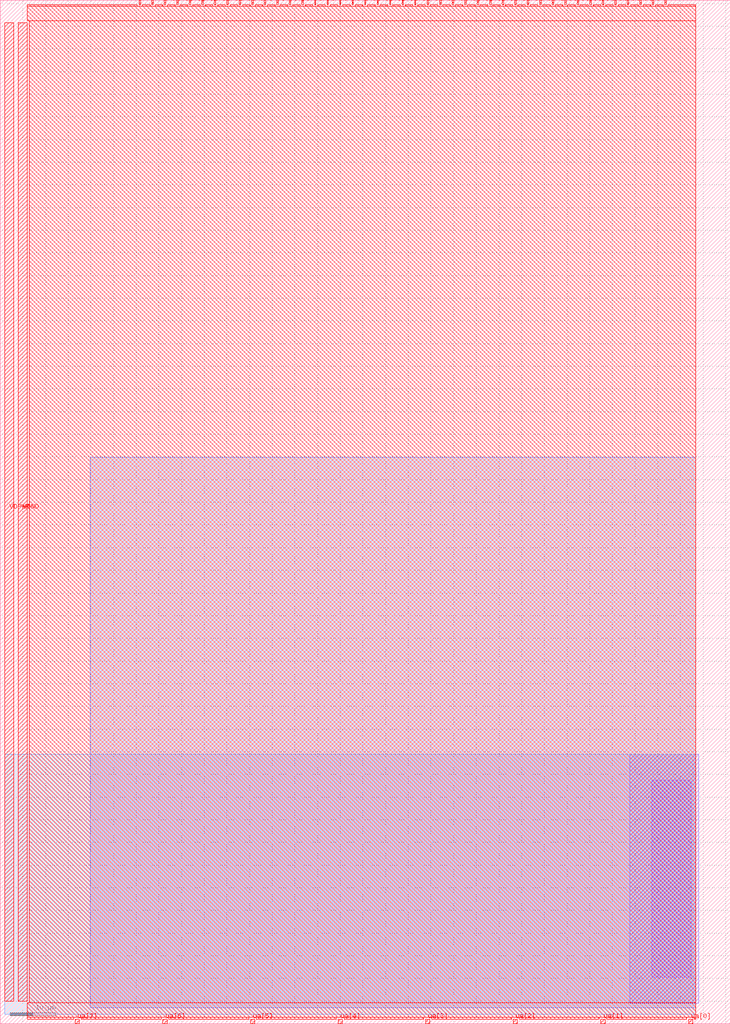
<source format=lef>
VERSION 5.7 ;
  NOWIREEXTENSIONATPIN ON ;
  DIVIDERCHAR "/" ;
  BUSBITCHARS "[]" ;
MACRO tt_um_mattvenn_analog_ring_osc
  CLASS BLOCK ;
  FOREIGN tt_um_mattvenn_analog_ring_osc ;
  ORIGIN 0.000 0.000 ;
  SIZE 161.000 BY 225.760 ;
  PIN clk
    DIRECTION INPUT ;
    USE SIGNAL ;
    PORT
      LAYER met4 ;
        RECT 143.830 224.760 144.130 225.760 ;
    END
  END clk
  PIN ena
    DIRECTION INPUT ;
    USE SIGNAL ;
    PORT
      LAYER met4 ;
        RECT 146.590 224.760 146.890 225.760 ;
    END
  END ena
  PIN rst_n
    DIRECTION INPUT ;
    USE SIGNAL ;
    PORT
      LAYER met4 ;
        RECT 141.070 224.760 141.370 225.760 ;
    END
  END rst_n
  PIN ua[0]
    DIRECTION INOUT ;
    USE SIGNAL ;
    ANTENNADIFFAREA 15.839999 ;
    PORT
      LAYER met4 ;
        RECT 151.810 0.000 152.710 1.000 ;
    END
  END ua[0]
  PIN ua[1]
    DIRECTION INOUT ;
    USE SIGNAL ;
    PORT
      LAYER met4 ;
        RECT 132.490 0.000 133.390 1.000 ;
    END
  END ua[1]
  PIN ua[2]
    DIRECTION INOUT ;
    USE SIGNAL ;
    PORT
      LAYER met4 ;
        RECT 113.170 0.000 114.070 1.000 ;
    END
  END ua[2]
  PIN ua[3]
    DIRECTION INOUT ;
    USE SIGNAL ;
    PORT
      LAYER met4 ;
        RECT 93.850 0.000 94.750 1.000 ;
    END
  END ua[3]
  PIN ua[4]
    DIRECTION INOUT ;
    USE SIGNAL ;
    PORT
      LAYER met4 ;
        RECT 74.530 0.000 75.430 1.000 ;
    END
  END ua[4]
  PIN ua[5]
    DIRECTION INOUT ;
    USE SIGNAL ;
    PORT
      LAYER met4 ;
        RECT 55.210 0.000 56.110 1.000 ;
    END
  END ua[5]
  PIN ua[6]
    DIRECTION INOUT ;
    USE SIGNAL ;
    PORT
      LAYER met4 ;
        RECT 35.890 0.000 36.790 1.000 ;
    END
  END ua[6]
  PIN ua[7]
    DIRECTION INOUT ;
    USE SIGNAL ;
    PORT
      LAYER met4 ;
        RECT 16.570 0.000 17.470 1.000 ;
    END
  END ua[7]
  PIN ui_in[0]
    DIRECTION INPUT ;
    USE SIGNAL ;
    ANTENNAGATEAREA 0.495000 ;
    PORT
      LAYER met4 ;
        RECT 138.310 224.760 138.610 225.760 ;
    END
  END ui_in[0]
  PIN ui_in[1]
    DIRECTION INPUT ;
    USE SIGNAL ;
    PORT
      LAYER met4 ;
        RECT 135.550 224.760 135.850 225.760 ;
    END
  END ui_in[1]
  PIN ui_in[2]
    DIRECTION INPUT ;
    USE SIGNAL ;
    PORT
      LAYER met4 ;
        RECT 132.790 224.760 133.090 225.760 ;
    END
  END ui_in[2]
  PIN ui_in[3]
    DIRECTION INPUT ;
    USE SIGNAL ;
    PORT
      LAYER met4 ;
        RECT 130.030 224.760 130.330 225.760 ;
    END
  END ui_in[3]
  PIN ui_in[4]
    DIRECTION INPUT ;
    USE SIGNAL ;
    PORT
      LAYER met4 ;
        RECT 127.270 224.760 127.570 225.760 ;
    END
  END ui_in[4]
  PIN ui_in[5]
    DIRECTION INPUT ;
    USE SIGNAL ;
    PORT
      LAYER met4 ;
        RECT 124.510 224.760 124.810 225.760 ;
    END
  END ui_in[5]
  PIN ui_in[6]
    DIRECTION INPUT ;
    USE SIGNAL ;
    PORT
      LAYER met4 ;
        RECT 121.750 224.760 122.050 225.760 ;
    END
  END ui_in[6]
  PIN ui_in[7]
    DIRECTION INPUT ;
    USE SIGNAL ;
    PORT
      LAYER met4 ;
        RECT 118.990 224.760 119.290 225.760 ;
    END
  END ui_in[7]
  PIN uio_in[0]
    DIRECTION INPUT ;
    USE SIGNAL ;
    PORT
      LAYER met4 ;
        RECT 116.230 224.760 116.530 225.760 ;
    END
  END uio_in[0]
  PIN uio_in[1]
    DIRECTION INPUT ;
    USE SIGNAL ;
    PORT
      LAYER met4 ;
        RECT 113.470 224.760 113.770 225.760 ;
    END
  END uio_in[1]
  PIN uio_in[2]
    DIRECTION INPUT ;
    USE SIGNAL ;
    PORT
      LAYER met4 ;
        RECT 110.710 224.760 111.010 225.760 ;
    END
  END uio_in[2]
  PIN uio_in[3]
    DIRECTION INPUT ;
    USE SIGNAL ;
    PORT
      LAYER met4 ;
        RECT 107.950 224.760 108.250 225.760 ;
    END
  END uio_in[3]
  PIN uio_in[4]
    DIRECTION INPUT ;
    USE SIGNAL ;
    PORT
      LAYER met4 ;
        RECT 105.190 224.760 105.490 225.760 ;
    END
  END uio_in[4]
  PIN uio_in[5]
    DIRECTION INPUT ;
    USE SIGNAL ;
    PORT
      LAYER met4 ;
        RECT 102.430 224.760 102.730 225.760 ;
    END
  END uio_in[5]
  PIN uio_in[6]
    DIRECTION INPUT ;
    USE SIGNAL ;
    PORT
      LAYER met4 ;
        RECT 99.670 224.760 99.970 225.760 ;
    END
  END uio_in[6]
  PIN uio_in[7]
    DIRECTION INPUT ;
    USE SIGNAL ;
    PORT
      LAYER met4 ;
        RECT 96.910 224.760 97.210 225.760 ;
    END
  END uio_in[7]
  PIN uio_oe[0]
    DIRECTION OUTPUT ;
    USE SIGNAL ;
    ANTENNADIFFAREA 17.922249 ;
    PORT
      LAYER met4 ;
        RECT 49.990 224.760 50.290 225.760 ;
    END
  END uio_oe[0]
  PIN uio_oe[1]
    DIRECTION OUTPUT ;
    USE SIGNAL ;
    ANTENNADIFFAREA 17.922249 ;
    PORT
      LAYER met4 ;
        RECT 47.230 224.760 47.530 225.760 ;
    END
  END uio_oe[1]
  PIN uio_oe[2]
    DIRECTION OUTPUT ;
    USE SIGNAL ;
    ANTENNADIFFAREA 17.922249 ;
    PORT
      LAYER met4 ;
        RECT 44.470 224.760 44.770 225.760 ;
    END
  END uio_oe[2]
  PIN uio_oe[3]
    DIRECTION OUTPUT ;
    USE SIGNAL ;
    ANTENNADIFFAREA 17.922249 ;
    PORT
      LAYER met4 ;
        RECT 41.710 224.760 42.010 225.760 ;
    END
  END uio_oe[3]
  PIN uio_oe[4]
    DIRECTION OUTPUT ;
    USE SIGNAL ;
    ANTENNADIFFAREA 17.922249 ;
    PORT
      LAYER met4 ;
        RECT 38.950 224.760 39.250 225.760 ;
    END
  END uio_oe[4]
  PIN uio_oe[5]
    DIRECTION OUTPUT ;
    USE SIGNAL ;
    ANTENNADIFFAREA 17.922249 ;
    PORT
      LAYER met4 ;
        RECT 36.190 224.760 36.490 225.760 ;
    END
  END uio_oe[5]
  PIN uio_oe[6]
    DIRECTION OUTPUT ;
    USE SIGNAL ;
    ANTENNADIFFAREA 17.922249 ;
    PORT
      LAYER met4 ;
        RECT 33.430 224.760 33.730 225.760 ;
    END
  END uio_oe[6]
  PIN uio_oe[7]
    DIRECTION OUTPUT ;
    USE SIGNAL ;
    ANTENNADIFFAREA 17.922249 ;
    PORT
      LAYER met4 ;
        RECT 30.670 224.760 30.970 225.760 ;
    END
  END uio_oe[7]
  PIN uio_out[0]
    DIRECTION OUTPUT ;
    USE SIGNAL ;
    ANTENNADIFFAREA 17.922249 ;
    PORT
      LAYER met4 ;
        RECT 72.070 224.760 72.370 225.760 ;
    END
  END uio_out[0]
  PIN uio_out[1]
    DIRECTION OUTPUT ;
    USE SIGNAL ;
    ANTENNADIFFAREA 17.922249 ;
    PORT
      LAYER met4 ;
        RECT 69.310 224.760 69.610 225.760 ;
    END
  END uio_out[1]
  PIN uio_out[2]
    DIRECTION OUTPUT ;
    USE SIGNAL ;
    ANTENNADIFFAREA 17.922249 ;
    PORT
      LAYER met4 ;
        RECT 66.550 224.760 66.850 225.760 ;
    END
  END uio_out[2]
  PIN uio_out[3]
    DIRECTION OUTPUT ;
    USE SIGNAL ;
    ANTENNADIFFAREA 17.922249 ;
    PORT
      LAYER met4 ;
        RECT 63.790 224.760 64.090 225.760 ;
    END
  END uio_out[3]
  PIN uio_out[4]
    DIRECTION OUTPUT ;
    USE SIGNAL ;
    ANTENNADIFFAREA 17.922249 ;
    PORT
      LAYER met4 ;
        RECT 61.030 224.760 61.330 225.760 ;
    END
  END uio_out[4]
  PIN uio_out[5]
    DIRECTION OUTPUT ;
    USE SIGNAL ;
    ANTENNADIFFAREA 17.922249 ;
    PORT
      LAYER met4 ;
        RECT 58.270 224.760 58.570 225.760 ;
    END
  END uio_out[5]
  PIN uio_out[6]
    DIRECTION OUTPUT ;
    USE SIGNAL ;
    ANTENNADIFFAREA 17.922249 ;
    PORT
      LAYER met4 ;
        RECT 55.510 224.760 55.810 225.760 ;
    END
  END uio_out[6]
  PIN uio_out[7]
    DIRECTION OUTPUT ;
    USE SIGNAL ;
    ANTENNADIFFAREA 17.922249 ;
    PORT
      LAYER met4 ;
        RECT 52.750 224.760 53.050 225.760 ;
    END
  END uio_out[7]
  PIN uo_out[0]
    DIRECTION OUTPUT ;
    USE SIGNAL ;
    ANTENNADIFFAREA 17.922249 ;
    PORT
      LAYER met4 ;
        RECT 94.150 224.760 94.450 225.760 ;
    END
  END uo_out[0]
  PIN uo_out[1]
    DIRECTION OUTPUT ;
    USE SIGNAL ;
    ANTENNADIFFAREA 17.922249 ;
    PORT
      LAYER met4 ;
        RECT 91.390 224.760 91.690 225.760 ;
    END
  END uo_out[1]
  PIN uo_out[2]
    DIRECTION OUTPUT ;
    USE SIGNAL ;
    ANTENNADIFFAREA 17.922249 ;
    PORT
      LAYER met4 ;
        RECT 88.630 224.760 88.930 225.760 ;
    END
  END uo_out[2]
  PIN uo_out[3]
    DIRECTION OUTPUT ;
    USE SIGNAL ;
    ANTENNADIFFAREA 17.922249 ;
    PORT
      LAYER met4 ;
        RECT 85.870 224.760 86.170 225.760 ;
    END
  END uo_out[3]
  PIN uo_out[4]
    DIRECTION OUTPUT ;
    USE SIGNAL ;
    ANTENNADIFFAREA 17.922249 ;
    PORT
      LAYER met4 ;
        RECT 83.110 224.760 83.410 225.760 ;
    END
  END uo_out[4]
  PIN uo_out[5]
    DIRECTION OUTPUT ;
    USE SIGNAL ;
    ANTENNADIFFAREA 17.922249 ;
    PORT
      LAYER met4 ;
        RECT 80.350 224.760 80.650 225.760 ;
    END
  END uo_out[5]
  PIN uo_out[6]
    DIRECTION OUTPUT ;
    USE SIGNAL ;
    ANTENNADIFFAREA 17.922249 ;
    PORT
      LAYER met4 ;
        RECT 77.590 224.760 77.890 225.760 ;
    END
  END uo_out[6]
  PIN uo_out[7]
    DIRECTION OUTPUT ;
    USE SIGNAL ;
    ANTENNADIFFAREA 17.922249 ;
    PORT
      LAYER met4 ;
        RECT 74.830 224.760 75.130 225.760 ;
    END
  END uo_out[7]
  PIN VDPWR
    DIRECTION INOUT ;
    USE POWER ;
    PORT
      LAYER met4 ;
        RECT 1.000 5.000 3.000 220.760 ;
    END
  END VDPWR
  PIN VGND
    DIRECTION INOUT ;
    USE GROUND ;
    PORT
      LAYER met4 ;
        RECT 4.000 5.000 6.000 220.760 ;
    END
  END VGND
  OBS
      LAYER li1 ;
        RECT 143.730 10.300 152.380 53.670 ;
      LAYER met1 ;
        RECT 138.800 4.550 154.100 59.470 ;
      LAYER met2 ;
        RECT 19.900 3.550 153.400 124.950 ;
      LAYER met3 ;
        RECT 1.000 2.050 153.425 59.440 ;
      LAYER met4 ;
        RECT 6.000 224.360 30.270 224.760 ;
        RECT 31.370 224.360 33.030 224.760 ;
        RECT 34.130 224.360 35.790 224.760 ;
        RECT 36.890 224.360 38.550 224.760 ;
        RECT 39.650 224.360 41.310 224.760 ;
        RECT 42.410 224.360 44.070 224.760 ;
        RECT 45.170 224.360 46.830 224.760 ;
        RECT 47.930 224.360 49.590 224.760 ;
        RECT 50.690 224.360 52.350 224.760 ;
        RECT 53.450 224.360 55.110 224.760 ;
        RECT 56.210 224.360 57.870 224.760 ;
        RECT 58.970 224.360 60.630 224.760 ;
        RECT 61.730 224.360 63.390 224.760 ;
        RECT 64.490 224.360 66.150 224.760 ;
        RECT 67.250 224.360 68.910 224.760 ;
        RECT 70.010 224.360 71.670 224.760 ;
        RECT 72.770 224.360 74.430 224.760 ;
        RECT 75.530 224.360 77.190 224.760 ;
        RECT 78.290 224.360 79.950 224.760 ;
        RECT 81.050 224.360 82.710 224.760 ;
        RECT 83.810 224.360 85.470 224.760 ;
        RECT 86.570 224.360 88.230 224.760 ;
        RECT 89.330 224.360 90.990 224.760 ;
        RECT 92.090 224.360 93.750 224.760 ;
        RECT 94.850 224.360 96.510 224.760 ;
        RECT 97.610 224.360 99.270 224.760 ;
        RECT 100.370 224.360 102.030 224.760 ;
        RECT 103.130 224.360 104.790 224.760 ;
        RECT 105.890 224.360 107.550 224.760 ;
        RECT 108.650 224.360 110.310 224.760 ;
        RECT 111.410 224.360 113.070 224.760 ;
        RECT 114.170 224.360 115.830 224.760 ;
        RECT 116.930 224.360 118.590 224.760 ;
        RECT 119.690 224.360 121.350 224.760 ;
        RECT 122.450 224.360 124.110 224.760 ;
        RECT 125.210 224.360 126.870 224.760 ;
        RECT 127.970 224.360 129.630 224.760 ;
        RECT 130.730 224.360 132.390 224.760 ;
        RECT 133.490 224.360 135.150 224.760 ;
        RECT 136.250 224.360 137.910 224.760 ;
        RECT 139.010 224.360 140.670 224.760 ;
        RECT 141.770 224.360 143.430 224.760 ;
        RECT 144.530 224.360 146.190 224.760 ;
        RECT 147.290 224.360 153.405 224.760 ;
        RECT 6.000 221.160 153.405 224.360 ;
        RECT 6.400 4.600 153.405 221.160 ;
        RECT 6.000 1.400 153.405 4.600 ;
        RECT 6.000 1.000 16.170 1.400 ;
        RECT 17.870 1.000 35.490 1.400 ;
        RECT 37.190 1.000 54.810 1.400 ;
        RECT 56.510 1.000 74.130 1.400 ;
        RECT 75.830 1.000 93.450 1.400 ;
        RECT 95.150 1.000 112.770 1.400 ;
        RECT 114.470 1.000 132.090 1.400 ;
        RECT 133.790 1.000 151.410 1.400 ;
        RECT 153.110 1.000 153.405 1.400 ;
  END
END tt_um_mattvenn_analog_ring_osc
END LIBRARY


</source>
